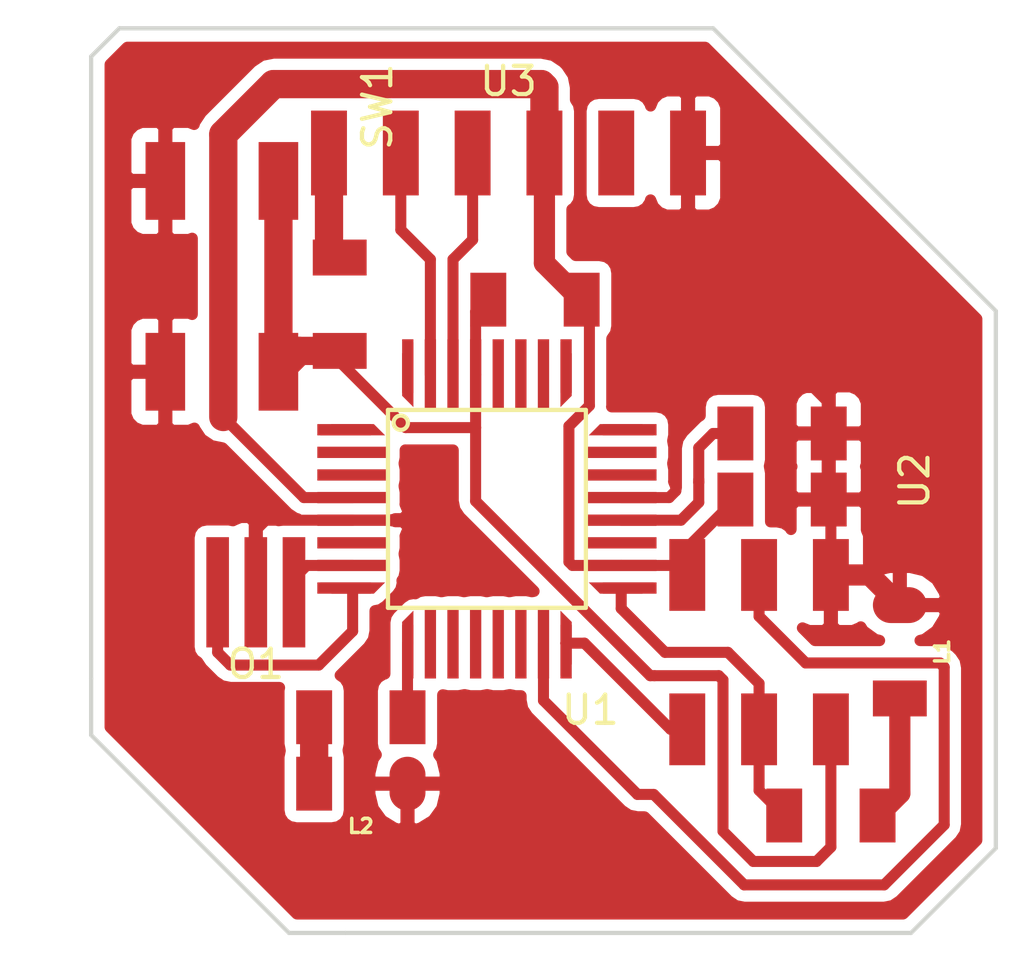
<source format=kicad_pcb>
(kicad_pcb (version 4) (host pcbnew 4.0.4-stable)

  (general
    (links 41)
    (no_connects 0)
    (area 82.45 82 119.000001 116.000001)
    (thickness 1.6)
    (drawings 12)
    (tracks 105)
    (zones 0)
    (modules 13)
    (nets 35)
  )

  (page A4)
  (layers
    (0 F.Cu signal)
    (31 B.Cu signal)
    (32 B.Adhes user)
    (33 F.Adhes user)
    (34 B.Paste user)
    (35 F.Paste user)
    (36 B.SilkS user)
    (37 F.SilkS user)
    (38 B.Mask user)
    (39 F.Mask user)
    (40 Dwgs.User user)
    (41 Cmts.User user)
    (42 Eco1.User user)
    (43 Eco2.User user)
    (44 Edge.Cuts user)
    (45 Margin user)
    (46 B.CrtYd user)
    (47 F.CrtYd user)
    (48 B.Fab user)
    (49 F.Fab user)
  )

  (setup
    (last_trace_width 1)
    (user_trace_width 0.39)
    (user_trace_width 0.5)
    (user_trace_width 0.75)
    (user_trace_width 1)
    (trace_clearance 0.4)
    (zone_clearance 0.4)
    (zone_45_only no)
    (trace_min 0.2)
    (segment_width 0.2)
    (edge_width 0.15)
    (via_size 0.6)
    (via_drill 0.4)
    (via_min_size 0.4)
    (via_min_drill 0.3)
    (uvia_size 0.3)
    (uvia_drill 0.1)
    (uvias_allowed no)
    (uvia_min_size 0.2)
    (uvia_min_drill 0.1)
    (pcb_text_width 0.3)
    (pcb_text_size 1.5 1.5)
    (mod_edge_width 0.15)
    (mod_text_size 1 1)
    (mod_text_width 0.15)
    (pad_size 1.524 1.524)
    (pad_drill 0.762)
    (pad_to_mask_clearance 0.2)
    (aux_axis_origin 0 0)
    (visible_elements FFFFFF7F)
    (pcbplotparams
      (layerselection 0x01000_00000001)
      (usegerberextensions false)
      (excludeedgelayer true)
      (linewidth 0.400000)
      (plotframeref false)
      (viasonmask false)
      (mode 1)
      (useauxorigin false)
      (hpglpennumber 1)
      (hpglpenspeed 20)
      (hpglpendiameter 15)
      (hpglpenoverlay 2)
      (psnegative false)
      (psa4output false)
      (plotreference true)
      (plotvalue true)
      (plotinvisibletext false)
      (padsonsilk false)
      (subtractmaskfromsilk false)
      (outputformat 4)
      (mirror false)
      (drillshape 0)
      (scaleselection 1)
      (outputdirectory ""))
  )

  (net 0 "")
  (net 1 GND)
  (net 2 +5V)
  (net 3 "Net-(C2-Pad1)")
  (net 4 RESET)
  (net 5 DTR)
  (net 6 "Net-(L1-Pad1)")
  (net 7 "Net-(O1-Pad1)")
  (net 8 "Net-(O1-Pad3)")
  (net 9 SCK)
  (net 10 "Net-(U1-Pad25)")
  (net 11 "Net-(U1-Pad26)")
  (net 12 "Net-(U1-Pad27)")
  (net 13 "Net-(U1-Pad28)")
  (net 14 "Net-(U1-Pad32)")
  (net 15 TX)
  (net 16 RX)
  (net 17 "Net-(U1-Pad22)")
  (net 18 "Net-(U1-Pad23)")
  (net 19 "Net-(U1-Pad24)")
  (net 20 "Net-(U1-Pad19)")
  (net 21 "Net-(U1-Pad12)")
  (net 22 "Net-(U1-Pad11)")
  (net 23 "Net-(U1-Pad10)")
  (net 24 "Net-(U1-Pad13)")
  (net 25 "Net-(U1-Pad14)")
  (net 26 MOSI)
  (net 27 MISO)
  (net 28 "Net-(U1-Pad6)")
  (net 29 "Net-(U1-Pad1)")
  (net 30 "Net-(U1-Pad2)")
  (net 31 "Net-(U1-Pad3)")
  (net 32 "Net-(U3-Pad2)")
  (net 33 "Net-(L2-Pad1)")
  (net 34 "Net-(R3-Pad1)")

  (net_class Default "This is the default net class."
    (clearance 0.4)
    (trace_width 0.4)
    (via_dia 0.6)
    (via_drill 0.4)
    (uvia_dia 0.3)
    (uvia_drill 0.1)
    (add_net +5V)
    (add_net DTR)
    (add_net GND)
    (add_net MISO)
    (add_net MOSI)
    (add_net "Net-(C2-Pad1)")
    (add_net "Net-(L1-Pad1)")
    (add_net "Net-(L2-Pad1)")
    (add_net "Net-(O1-Pad1)")
    (add_net "Net-(O1-Pad3)")
    (add_net "Net-(R3-Pad1)")
    (add_net "Net-(U1-Pad1)")
    (add_net "Net-(U1-Pad10)")
    (add_net "Net-(U1-Pad11)")
    (add_net "Net-(U1-Pad12)")
    (add_net "Net-(U1-Pad13)")
    (add_net "Net-(U1-Pad14)")
    (add_net "Net-(U1-Pad19)")
    (add_net "Net-(U1-Pad2)")
    (add_net "Net-(U1-Pad22)")
    (add_net "Net-(U1-Pad23)")
    (add_net "Net-(U1-Pad24)")
    (add_net "Net-(U1-Pad25)")
    (add_net "Net-(U1-Pad26)")
    (add_net "Net-(U1-Pad27)")
    (add_net "Net-(U1-Pad28)")
    (add_net "Net-(U1-Pad3)")
    (add_net "Net-(U1-Pad32)")
    (add_net "Net-(U1-Pad6)")
    (add_net "Net-(U3-Pad2)")
    (add_net RESET)
    (add_net RX)
    (add_net SCK)
    (add_net TX)
  )

  (module _Fab_Footprint:RESONATOR (layer F.Cu) (tedit 5875536F) (tstamp 587555B1)
    (at 91.825 102.95)
    (path /58757467)
    (fp_text reference O1 (at 0 2.54) (layer F.SilkS)
      (effects (font (size 1 1) (thickness 0.15)))
    )
    (fp_text value RESONATOR (at 0 -2.54) (layer F.Fab)
      (effects (font (size 1 1) (thickness 0.15)))
    )
    (pad 2 smd rect (at 0 0) (size 0.8 3.9) (layers F.Cu F.Paste F.Mask)
      (net 1 GND))
    (pad 3 smd rect (at 1.35 0) (size 0.8 3.9) (layers F.Cu F.Paste F.Mask)
      (net 8 "Net-(O1-Pad3)"))
    (pad 1 smd rect (at -1.35 0) (size 0.8 3.9) (layers F.Cu F.Paste F.Mask)
      (net 7 "Net-(O1-Pad1)"))
  )

  (module _Fab_Footprint:CAP_1206_FAB (layer F.Cu) (tedit 58606E9C) (tstamp 587553A0)
    (at 110.4392 99.6696)
    (path /5875847E)
    (fp_text reference C1 (at 0 0 90) (layer F.Fab)
      (effects (font (size 0.5 0.5) (thickness 0.125)))
    )
    (fp_text value 0.1uF (at 0 -1.5) (layer F.Fab)
      (effects (font (size 0.5 0.5) (thickness 0.125)))
    )
    (pad 2 smd rect (at 1.651 0) (size 1.27 1.905) (layers F.Cu F.Paste F.Mask)
      (net 1 GND))
    (pad 1 smd rect (at -1.651 0) (size 1.27 1.905) (layers F.Cu F.Paste F.Mask)
      (net 2 +5V))
  )

  (module _Fab_Footprint:CAP_1206_FAB (layer F.Cu) (tedit 58606E9C) (tstamp 587553A6)
    (at 110.4392 97.3328)
    (path /58754B8C)
    (fp_text reference C2 (at 0 0 90) (layer F.Fab)
      (effects (font (size 0.5 0.5) (thickness 0.125)))
    )
    (fp_text value 0.1uF (at 0 -1.5) (layer F.Fab)
      (effects (font (size 0.5 0.5) (thickness 0.125)))
    )
    (pad 2 smd rect (at 1.651 0) (size 1.27 1.905) (layers F.Cu F.Paste F.Mask)
      (net 1 GND))
    (pad 1 smd rect (at -1.651 0) (size 1.27 1.905) (layers F.Cu F.Paste F.Mask)
      (net 3 "Net-(C2-Pad1)"))
  )

  (module _Fab_Footprint:CAP_1206_FAB (layer F.Cu) (tedit 58606E9C) (tstamp 587553AC)
    (at 94.7928 92.7608 270)
    (path /5875533A)
    (fp_text reference C3 (at 0 0 360) (layer F.Fab)
      (effects (font (size 0.5 0.5) (thickness 0.125)))
    )
    (fp_text value 0.1uF (at 0 -1.5 270) (layer F.Fab)
      (effects (font (size 0.5 0.5) (thickness 0.125)))
    )
    (pad 2 smd rect (at 1.651 0 270) (size 1.27 1.905) (layers F.Cu F.Paste F.Mask)
      (net 4 RESET))
    (pad 1 smd rect (at -1.651 0 270) (size 1.27 1.905) (layers F.Cu F.Paste F.Mask)
      (net 5 DTR))
  )

  (module _Fab_Footprint:LED_1206_FAB (layer F.Cu) (tedit 58755214) (tstamp 587553B2)
    (at 114.6048 105.0544 90)
    (path /58756A08)
    (fp_text reference L1 (at 0 1.5 90) (layer F.SilkS)
      (effects (font (size 0.5 0.5) (thickness 0.125)))
    )
    (fp_text value FAB_LED (at 0 -1.5 90) (layer F.Fab)
      (effects (font (size 0.5 0.5) (thickness 0.125)))
    )
    (pad 2 smd oval (at 1.651 0 90) (size 1.27 1.905) (layers F.Cu F.Paste F.Mask)
      (net 1 GND))
    (pad 1 smd rect (at -1.651 0 90) (size 1.27 1.905) (layers F.Cu F.Paste F.Mask)
      (net 6 "Net-(L1-Pad1)"))
  )

  (module _Fab_Footprint:CAP_1206_FAB (layer F.Cu) (tedit 58606E9C) (tstamp 58755400)
    (at 112.1664 110.8456)
    (path /587563A5)
    (fp_text reference R1 (at 0 0 90) (layer F.Fab)
      (effects (font (size 0.5 0.5) (thickness 0.125)))
    )
    (fp_text value 330 (at 0 -1.5) (layer F.Fab)
      (effects (font (size 0.5 0.5) (thickness 0.125)))
    )
    (pad 2 smd rect (at 1.651 0) (size 1.27 1.905) (layers F.Cu F.Paste F.Mask)
      (net 6 "Net-(L1-Pad1)"))
    (pad 1 smd rect (at -1.651 0) (size 1.27 1.905) (layers F.Cu F.Paste F.Mask)
      (net 9 SCK))
  )

  (module _Fab_Footprint:CAP_1206_FAB (layer F.Cu) (tedit 58606E9C) (tstamp 58755406)
    (at 101.7 92.6 180)
    (path /5875536B)
    (fp_text reference R2 (at 0 0 270) (layer F.Fab)
      (effects (font (size 0.5 0.5) (thickness 0.125)))
    )
    (fp_text value 10k (at 0 -1.5 180) (layer F.Fab)
      (effects (font (size 0.5 0.5) (thickness 0.125)))
    )
    (pad 2 smd rect (at 1.651 0 180) (size 1.27 1.905) (layers F.Cu F.Paste F.Mask)
      (net 4 RESET))
    (pad 1 smd rect (at -1.651 0 180) (size 1.27 1.905) (layers F.Cu F.Paste F.Mask)
      (net 2 +5V))
  )

  (module _Fab_Footprint:Switch-Tactile-B3SN-3112P (layer F.Cu) (tedit 586D941C) (tstamp 5875540E)
    (at 90.625 91.775 90)
    (path /58754C6B)
    (fp_text reference SW1 (at 6 5.5 90) (layer F.SilkS)
      (effects (font (size 1 1) (thickness 0.15)))
    )
    (fp_text value SW_PUSH (at -2 -7 90) (layer F.Fab)
      (effects (font (size 1 1) (thickness 0.15)))
    )
    (pad 4 smd rect (at -3.375 -2 90) (size 2.75 1.4) (layers F.Cu F.Paste F.Mask)
      (net 1 GND))
    (pad 2 smd rect (at -3.375 2 90) (size 2.75 1.4) (layers F.Cu F.Paste F.Mask)
      (net 4 RESET))
    (pad 1 smd rect (at 3.375 2 90) (size 2.75 1.4) (layers F.Cu F.Paste F.Mask)
      (net 4 RESET))
    (pad 3 smd rect (at 3.375 -2 90) (size 2.75 1.4) (layers F.Cu F.Paste F.Mask)
      (net 1 GND))
  )

  (module _Fab_Footprint:TQFP-32-Fab (layer F.Cu) (tedit 5864A653) (tstamp 5875543F)
    (at 100 100)
    (path /58754A61)
    (fp_text reference U1 (at 3.6576 7.112) (layer F.SilkS)
      (effects (font (size 1 1) (thickness 0.15)))
    )
    (fp_text value ATMEGA328PB (at -0.8636 -7.0104) (layer F.Fab)
      (effects (font (size 1 1) (thickness 0.15)))
    )
    (fp_circle (center -3.048 -3.048) (end -3.048 -3.302) (layer F.SilkS) (width 0.15))
    (fp_line (start -3.5 -3.5) (end -3.5 3.5) (layer F.SilkS) (width 0.15))
    (fp_line (start 3.5 -3.5) (end 3.5 3.4492) (layer F.SilkS) (width 0.15))
    (fp_line (start -3.5 3.5) (end 3.5 3.5) (layer F.SilkS) (width 0.15))
    (fp_line (start -3.5 -3.5) (end 3.5 -3.5) (layer F.SilkS) (width 0.15))
    (pad 25 smd trapezoid (at 2.8 -4.75 270) (size 1.9 0.4) (rect_delta 0 0.4 ) (layers F.Cu F.Paste F.Mask)
      (net 10 "Net-(U1-Pad25)"))
    (pad 26 smd rect (at 2.0004 -4.7496 90) (size 2.5 0.4) (layers F.Cu F.Paste F.Mask)
      (net 11 "Net-(U1-Pad26)"))
    (pad 27 smd rect (at 1.2004 -4.7496 90) (size 2.5 0.4) (layers F.Cu F.Paste F.Mask)
      (net 12 "Net-(U1-Pad27)"))
    (pad 28 smd rect (at 0.4004 -4.7496 90) (size 2.5 0.4) (layers F.Cu F.Paste F.Mask)
      (net 13 "Net-(U1-Pad28)"))
    (pad 32 smd trapezoid (at -2.8 -4.75 90) (size 1.9 0.4) (rect_delta 0 0.4 ) (layers F.Cu F.Paste F.Mask)
      (net 14 "Net-(U1-Pad32)"))
    (pad 31 smd rect (at -2 -4.7496 90) (size 2.5 0.4) (layers F.Cu F.Paste F.Mask)
      (net 15 TX))
    (pad 30 smd rect (at -1.2 -4.7496 90) (size 2.5 0.4) (layers F.Cu F.Paste F.Mask)
      (net 16 RX))
    (pad 29 smd rect (at -0.4 -4.7496 90) (size 2.5 0.4) (layers F.Cu F.Paste F.Mask)
      (net 4 RESET))
    (pad 21 smd rect (at 4.7496 -0.4) (size 2.5 0.4) (layers F.Cu F.Paste F.Mask)
      (net 1 GND))
    (pad 22 smd rect (at 4.7496 -1.2) (size 2.5 0.4) (layers F.Cu F.Paste F.Mask)
      (net 17 "Net-(U1-Pad22)"))
    (pad 23 smd rect (at 4.7496 -2) (size 2.5 0.4) (layers F.Cu F.Paste F.Mask)
      (net 18 "Net-(U1-Pad23)"))
    (pad 24 smd trapezoid (at 4.75 -2.8) (size 1.9 0.4) (rect_delta 0 0.4 ) (layers F.Cu F.Paste F.Mask)
      (net 19 "Net-(U1-Pad24)"))
    (pad 20 smd rect (at 4.7496 0.4004) (size 2.5 0.4) (layers F.Cu F.Paste F.Mask)
      (net 3 "Net-(C2-Pad1)"))
    (pad 19 smd rect (at 4.7496 1.2004) (size 2.5 0.4) (layers F.Cu F.Paste F.Mask)
      (net 20 "Net-(U1-Pad19)"))
    (pad 18 smd rect (at 4.7496 2.0004) (size 2.5 0.4) (layers F.Cu F.Paste F.Mask)
      (net 2 +5V))
    (pad 17 smd trapezoid (at 4.75 2.8004 180) (size 1.9 0.4) (rect_delta 0 0.4 ) (layers F.Cu F.Paste F.Mask)
      (net 9 SCK))
    (pad 12 smd rect (at -0.4 4.75 90) (size 2.5 0.4) (layers F.Cu F.Paste F.Mask)
      (net 21 "Net-(U1-Pad12)"))
    (pad 11 smd rect (at -1.2 4.75 90) (size 2.5 0.4) (layers F.Cu F.Paste F.Mask)
      (net 22 "Net-(U1-Pad11)"))
    (pad 10 smd rect (at -2 4.75 90) (size 2.5 0.4) (layers F.Cu F.Paste F.Mask)
      (net 23 "Net-(U1-Pad10)"))
    (pad 9 smd trapezoid (at -2.8 4.75 90) (size 1.9 0.4) (rect_delta 0 0.4 ) (layers F.Cu F.Paste F.Mask)
      (net 34 "Net-(R3-Pad1)"))
    (pad 13 smd rect (at 0.4004 4.75 90) (size 2.5 0.4) (layers F.Cu F.Paste F.Mask)
      (net 24 "Net-(U1-Pad13)"))
    (pad 14 smd rect (at 1.2004 4.75 90) (size 2.5 0.4) (layers F.Cu F.Paste F.Mask)
      (net 25 "Net-(U1-Pad14)"))
    (pad 15 smd rect (at 2.0004 4.75 90) (size 2.5 0.4) (layers F.Cu F.Paste F.Mask)
      (net 26 MOSI))
    (pad 16 smd trapezoid (at 2.8004 4.75 270) (size 1.9 0.4) (rect_delta 0 0.4 ) (layers F.Cu F.Paste F.Mask)
      (net 27 MISO))
    (pad 8 smd trapezoid (at -4.75 2.8 180) (size 1.9 0.4) (rect_delta 0 0.4 ) (layers F.Cu F.Paste F.Mask)
      (net 7 "Net-(O1-Pad1)"))
    (pad 7 smd rect (at -4.75 2.0004) (size 2.5 0.4) (layers F.Cu F.Paste F.Mask)
      (net 8 "Net-(O1-Pad3)"))
    (pad 6 smd rect (at -4.75 1.2004) (size 2.5 0.4) (layers F.Cu F.Paste F.Mask)
      (net 28 "Net-(U1-Pad6)"))
    (pad 5 smd rect (at -4.75 0.4004) (size 2.5 0.4) (layers F.Cu F.Paste F.Mask)
      (net 1 GND))
    (pad 1 smd trapezoid (at -4.75 -2.8) (size 1.9 0.4) (rect_delta 0 0.4 ) (layers F.Cu F.Paste F.Mask)
      (net 29 "Net-(U1-Pad1)"))
    (pad 2 smd rect (at -4.75 -2) (size 2.5 0.4) (layers F.Cu F.Paste F.Mask)
      (net 30 "Net-(U1-Pad2)"))
    (pad 3 smd rect (at -4.75 -1.2) (size 2.5 0.4) (layers F.Cu F.Paste F.Mask)
      (net 31 "Net-(U1-Pad3)"))
    (pad 4 smd rect (at -4.75 -0.4) (size 2.5 0.4) (layers F.Cu F.Paste F.Mask)
      (net 2 +5V))
    (pad 24 smd rect (at 5.05 -2.8) (size 1.9 0.4) (layers F.Cu F.Paste F.Mask)
      (net 19 "Net-(U1-Pad24)"))
    (pad 25 smd rect (at 2.8 -5.05 90) (size 1.9 0.4) (layers F.Cu F.Paste F.Mask)
      (net 10 "Net-(U1-Pad25)"))
    (pad 32 smd rect (at -2.8 -5.05 270) (size 1.9 0.4) (layers F.Cu F.Paste F.Mask)
      (net 14 "Net-(U1-Pad32)"))
    (pad 1 smd rect (at -5.05 -2.8) (size 1.9 0.4) (layers F.Cu F.Paste F.Mask)
      (net 29 "Net-(U1-Pad1)"))
    (pad 8 smd rect (at -5.05 2.8) (size 1.9 0.4) (layers F.Cu F.Paste F.Mask)
      (net 7 "Net-(O1-Pad1)"))
    (pad 9 smd rect (at -2.8 5.05 90) (size 1.9 0.4) (layers F.Cu F.Paste F.Mask)
      (net 34 "Net-(R3-Pad1)"))
    (pad 16 smd rect (at 2.8 5.05 90) (size 1.9 0.4) (layers F.Cu F.Paste F.Mask)
      (net 27 MISO))
    (pad 17 smd rect (at 5.05 2.8) (size 1.9 0.4) (layers F.Cu F.Paste F.Mask)
      (net 9 SCK))
  )

  (module _Fab_Footprint:SMD-Header-3x2 (layer F.Cu) (tedit 586D88BB) (tstamp 58755449)
    (at 109.6264 105.2576 90)
    (path /58752CF4)
    (fp_text reference U2 (at 6.25 5.5 90) (layer F.SilkS)
      (effects (font (size 1 1) (thickness 0.15)))
    )
    (fp_text value AVRISP (at -4 -5 90) (layer F.Fab)
      (effects (font (size 1 1) (thickness 0.15)))
    )
    (pad 1 smd rect (at -2.54 -2.54 90) (size 2.54 1.27) (layers F.Cu F.Paste F.Mask)
      (net 27 MISO))
    (pad 2 smd rect (at 2.921 -2.54 90) (size 2.54 1.27) (layers F.Cu F.Paste F.Mask)
      (net 2 +5V))
    (pad 3 smd rect (at -2.54 0 90) (size 2.54 1.27) (layers F.Cu F.Paste F.Mask)
      (net 9 SCK))
    (pad 4 smd rect (at 2.92 0 90) (size 2.54 1.27) (layers F.Cu F.Paste F.Mask)
      (net 26 MOSI))
    (pad 5 smd rect (at -2.54 2.54 90) (size 2.54 1.27) (layers F.Cu F.Paste F.Mask)
      (net 4 RESET))
    (pad 6 smd rect (at 2.92 2.54 90) (size 2.54 1.27) (layers F.Cu F.Paste F.Mask)
      (net 1 GND))
  )

  (module _Fab_Footprint:SMD_RA_1x06_No_Holes (layer F.Cu) (tedit 582F6988) (tstamp 58755453)
    (at 100.764 87.412 180)
    (path /58757BC1)
    (fp_text reference U3 (at 0 2.54 180) (layer F.SilkS)
      (effects (font (size 1 1) (thickness 0.15)))
    )
    (fp_text value FTDI (at 0 -2.54 180) (layer F.Fab)
      (effects (font (size 1 1) (thickness 0.15)))
    )
    (pad 1 smd rect (at -6.35 0 180) (size 1.27 3) (layers F.Cu F.Paste F.Mask)
      (net 1 GND))
    (pad 2 smd rect (at -3.81 0 180) (size 1.27 3) (layers F.Cu F.Paste F.Mask)
      (net 32 "Net-(U3-Pad2)"))
    (pad 3 smd rect (at -1.27 0 180) (size 1.27 3) (layers F.Cu F.Paste F.Mask)
      (net 2 +5V))
    (pad 4 smd rect (at 1.27 0 180) (size 1.27 3) (layers F.Cu F.Paste F.Mask)
      (net 16 RX))
    (pad 5 smd rect (at 3.81 0 180) (size 1.27 3) (layers F.Cu F.Paste F.Mask)
      (net 15 TX))
    (pad 6 smd rect (at 6.35 0 180) (size 1.27 3) (layers F.Cu F.Paste F.Mask)
      (net 5 DTR))
  )

  (module _Fab_Footprint:LED_1206_FAB (layer F.Cu) (tedit 58755214) (tstamp 58756601)
    (at 95.54 109.72)
    (path /58758EFB)
    (fp_text reference L2 (at 0 1.5) (layer F.SilkS)
      (effects (font (size 0.5 0.5) (thickness 0.125)))
    )
    (fp_text value FAB_LED (at 0 -1.5) (layer F.Fab)
      (effects (font (size 0.5 0.5) (thickness 0.125)))
    )
    (pad 2 smd oval (at 1.651 0) (size 1.27 1.905) (layers F.Cu F.Paste F.Mask)
      (net 1 GND))
    (pad 1 smd rect (at -1.651 0) (size 1.27 1.905) (layers F.Cu F.Paste F.Mask)
      (net 33 "Net-(L2-Pad1)"))
  )

  (module _Fab_Footprint:CAP_1206_FAB (layer F.Cu) (tedit 58606E9C) (tstamp 58756607)
    (at 95.54 107.37 180)
    (path /58758E84)
    (fp_text reference R3 (at 0 0 270) (layer F.Fab)
      (effects (font (size 0.5 0.5) (thickness 0.125)))
    )
    (fp_text value 330 (at 0 -1.5 180) (layer F.Fab)
      (effects (font (size 0.5 0.5) (thickness 0.125)))
    )
    (pad 2 smd rect (at 1.651 0 180) (size 1.27 1.905) (layers F.Cu F.Paste F.Mask)
      (net 33 "Net-(L2-Pad1)"))
    (pad 1 smd rect (at -1.651 0 180) (size 1.27 1.905) (layers F.Cu F.Paste F.Mask)
      (net 34 "Net-(R3-Pad1)"))
  )

  (gr_line (start 118 112) (end 117 113) (angle 90) (layer Edge.Cuts) (width 0.15))
  (gr_line (start 118 93) (end 118 112) (angle 90) (layer Edge.Cuts) (width 0.15))
  (gr_line (start 117 92) (end 118 93) (angle 90) (layer Edge.Cuts) (width 0.15))
  (gr_line (start 86 108) (end 86 106) (angle 90) (layer Edge.Cuts) (width 0.15))
  (gr_line (start 93 115) (end 86 108) (angle 90) (layer Edge.Cuts) (width 0.15))
  (gr_line (start 95 115) (end 93 115) (angle 90) (layer Edge.Cuts) (width 0.15))
  (gr_line (start 86 84) (end 87 83) (angle 90) (layer Edge.Cuts) (width 0.15))
  (gr_line (start 86 106) (end 86 84) (angle 90) (layer Edge.Cuts) (width 0.15))
  (gr_line (start 115 115) (end 95 115) (angle 90) (layer Edge.Cuts) (width 0.15))
  (gr_line (start 117 113) (end 115 115) (angle 90) (layer Edge.Cuts) (width 0.15))
  (gr_line (start 108 83) (end 117 92) (angle 90) (layer Edge.Cuts) (width 0.15))
  (gr_line (start 87 83) (end 108 83) (angle 90) (layer Edge.Cuts) (width 0.15))

  (segment (start 95.25 100.4004) (end 92.1746 100.4004) (width 0.39) (layer F.Cu) (net 1))
  (segment (start 91.825 100.75) (end 91.825 102.95) (width 0.39) (layer F.Cu) (net 1) (tstamp 58756202))
  (segment (start 92.1746 100.4004) (end 91.825 100.75) (width 0.39) (layer F.Cu) (net 1) (tstamp 587561FD))
  (segment (start 113.539 102.3376) (end 114.6048 103.4034) (width 0.75) (layer F.Cu) (net 1) (tstamp 5875586B))
  (segment (start 112.1664 102.3376) (end 113.539 102.3376) (width 0.75) (layer F.Cu) (net 1))
  (segment (start 111.5568 95.7072) (end 112.0648 96.2152) (width 0.39) (layer F.Cu) (net 1) (tstamp 587556EE))
  (segment (start 112.0648 96.2152) (end 112.0648 97.3074) (width 0.39) (layer F.Cu) (net 1) (tstamp 587556EF) (status 20))
  (segment (start 107.696 95.7072) (end 111.5568 95.7072) (width 0.39) (layer F.Cu) (net 1) (tstamp 587556ED))
  (segment (start 106.68 96.7232) (end 107.696 95.7072) (width 0.39) (layer F.Cu) (net 1))
  (segment (start 106.68 99.3648) (end 106.68 96.7232) (width 0.39) (layer F.Cu) (net 1) (tstamp 587556BD))
  (segment (start 106.4448 99.6) (end 106.68 99.3648) (width 0.39) (layer F.Cu) (net 1) (tstamp 587556BC))
  (segment (start 104.7496 99.6) (end 106.4448 99.6) (width 0.39) (layer F.Cu) (net 1))
  (segment (start 112.0902 99.6696) (end 112.1664 99.7458) (width 0.39) (layer F.Cu) (net 1) (status 30))
  (segment (start 112.1664 99.7458) (end 112.1664 102.3376) (width 0.39) (layer F.Cu) (net 1) (tstamp 587556F4) (status 10))
  (segment (start 112.0902 97.3328) (end 112.0902 99.6696) (width 0.39) (layer F.Cu) (net 1) (status 10))
  (segment (start 112.0648 97.3074) (end 112.0902 97.3328) (width 0.39) (layer F.Cu) (net 1) (tstamp 587556F0) (status 30))
  (segment (start 95.25 99.6) (end 93.525 99.6) (width 0.39) (layer F.Cu) (net 2))
  (segment (start 102.034 85.084) (end 102.034 87.412) (width 1) (layer F.Cu) (net 2) (tstamp 58756565))
  (segment (start 101.925 84.975) (end 102.034 85.084) (width 1) (layer F.Cu) (net 2) (tstamp 58756562))
  (segment (start 92.45 84.975) (end 101.925 84.975) (width 1) (layer F.Cu) (net 2) (tstamp 58756560))
  (segment (start 90.675 86.75) (end 92.45 84.975) (width 1) (layer F.Cu) (net 2) (tstamp 58756558))
  (segment (start 90.675 96.75) (end 90.675 86.75) (width 1) (layer F.Cu) (net 2) (tstamp 58756553))
  (segment (start 93.525 99.6) (end 90.675 96.75) (width 0.39) (layer F.Cu) (net 2) (tstamp 5875654D))
  (segment (start 102.9 101.875) (end 102.9 97.075) (width 0.39) (layer F.Cu) (net 2) (tstamp 58755805))
  (segment (start 102.9 97.075) (end 103.625 96.35) (width 0.39) (layer F.Cu) (net 2) (tstamp 58755807))
  (segment (start 103.625 96.35) (end 103.625 92.899) (width 0.39) (layer F.Cu) (net 2) (tstamp 5875580D))
  (segment (start 104.7496 102.0004) (end 103.0254 102.0004) (width 0.39) (layer F.Cu) (net 2))
  (segment (start 103.0254 102.0004) (end 102.9 101.875) (width 0.39) (layer F.Cu) (net 2) (tstamp 58755803))
  (segment (start 103.625 92.899) (end 103.326 92.6) (width 0.39) (layer F.Cu) (net 2) (tstamp 58755812))
  (segment (start 103.326 92.6) (end 102.034 91.308) (width 0.75) (layer F.Cu) (net 2))
  (segment (start 102.034 91.308) (end 102.034 87.412) (width 0.75) (layer F.Cu) (net 2) (tstamp 587557D8))
  (segment (start 107.0864 102.3366) (end 106.7502 102.0004) (width 0.39) (layer F.Cu) (net 2))
  (segment (start 106.7502 102.0004) (end 104.7496 102.0004) (width 0.39) (layer F.Cu) (net 2) (tstamp 5875573A))
  (segment (start 107.0864 102.3366) (end 107.0864 101.3714) (width 0.39) (layer F.Cu) (net 2))
  (segment (start 107.0864 101.3714) (end 108.7882 99.6696) (width 0.39) (layer F.Cu) (net 2) (tstamp 587556F6) (status 20))
  (segment (start 107.4928 99.06) (end 107.4928 97.8408) (width 0.39) (layer F.Cu) (net 3))
  (segment (start 108.0008 97.3328) (end 108.7882 97.3328) (width 0.39) (layer F.Cu) (net 3) (tstamp 587556E9) (status 20))
  (segment (start 107.4928 97.8408) (end 108.0008 97.3328) (width 0.39) (layer F.Cu) (net 3) (tstamp 587556E8))
  (segment (start 104.7496 100.4004) (end 106.8636 100.4004) (width 0.39) (layer F.Cu) (net 3))
  (segment (start 107.4928 99.7712) (end 107.4928 99.06) (width 0.39) (layer F.Cu) (net 3) (tstamp 587556C1))
  (segment (start 107.4928 99.06) (end 107.4928 98.9584) (width 0.39) (layer F.Cu) (net 3) (tstamp 587556E6))
  (segment (start 106.8636 100.4004) (end 107.4928 99.7712) (width 0.39) (layer F.Cu) (net 3) (tstamp 587556C0))
  (segment (start 92.625 95.15) (end 92.625 88.4) (width 1) (layer F.Cu) (net 4))
  (segment (start 94.7928 94.4118) (end 93.3632 94.4118) (width 1) (layer F.Cu) (net 4))
  (segment (start 93.3632 94.4118) (end 92.625 95.15) (width 1) (layer F.Cu) (net 4) (tstamp 587561C8))
  (segment (start 94.7928 94.4118) (end 94.7928 94.7928) (width 0.39) (layer F.Cu) (net 4))
  (segment (start 94.7928 94.7928) (end 97.125 97.125) (width 0.39) (layer F.Cu) (net 4) (tstamp 5875616B))
  (segment (start 97.125 97.125) (end 99.6 97.125) (width 0.39) (layer F.Cu) (net 4) (tstamp 5875616F))
  (segment (start 105.775 105.9) (end 99.6 99.725) (width 0.39) (layer F.Cu) (net 4) (tstamp 58755834))
  (segment (start 99.6 99.725) (end 99.6 97.125) (width 0.39) (layer F.Cu) (net 4) (tstamp 5875583B))
  (segment (start 99.6 97.125) (end 99.6 95.2504) (width 0.39) (layer F.Cu) (net 4) (tstamp 58756175))
  (segment (start 105.925 105.9) (end 105.775 105.9) (width 0.39) (layer F.Cu) (net 4))
  (segment (start 108.2 105.9) (end 105.925 105.9) (width 0.39) (layer F.Cu) (net 4) (tstamp 5875572E))
  (segment (start 108.35 106.05) (end 108.2 105.9) (width 0.39) (layer F.Cu) (net 4) (tstamp 5875572D))
  (segment (start 108.35 111.398) (end 108.35 106.05) (width 0.39) (layer F.Cu) (net 4) (tstamp 5875572C))
  (segment (start 109.4232 112.4712) (end 108.35 111.398) (width 0.39) (layer F.Cu) (net 4) (tstamp 5875572B))
  (segment (start 111.6584 112.4712) (end 109.4232 112.4712) (width 0.39) (layer F.Cu) (net 4) (tstamp 5875572A))
  (segment (start 112.1664 111.9632) (end 111.6584 112.4712) (width 0.39) (layer F.Cu) (net 4) (tstamp 58755729))
  (segment (start 112.1664 107.7976) (end 112.1664 111.9632) (width 0.39) (layer F.Cu) (net 4))
  (segment (start 99.6 95.2504) (end 99.6 93.024) (width 0.39) (layer F.Cu) (net 4))
  (segment (start 99.6 93.024) (end 100.024 92.6) (width 0.39) (layer F.Cu) (net 4) (tstamp 587557D0))
  (segment (start 94.414 87.412) (end 94.414 90.731) (width 1) (layer F.Cu) (net 5))
  (segment (start 94.414 90.731) (end 94.7928 91.1098) (width 1) (layer F.Cu) (net 5) (tstamp 5875617D))
  (segment (start 114.6048 110.0582) (end 113.8174 110.8456) (width 0.75) (layer F.Cu) (net 6) (tstamp 5875585B))
  (segment (start 114.6048 106.7054) (end 114.6048 110.0582) (width 0.75) (layer F.Cu) (net 6))
  (segment (start 95.25 102.8) (end 95.25 104.325) (width 0.39) (layer F.Cu) (net 7))
  (segment (start 90.475 105.075) (end 90.475 102.95) (width 0.39) (layer F.Cu) (net 7) (tstamp 58756220))
  (segment (start 90.925 105.525) (end 90.475 105.075) (width 0.39) (layer F.Cu) (net 7) (tstamp 5875621C))
  (segment (start 94.05 105.525) (end 90.925 105.525) (width 0.39) (layer F.Cu) (net 7) (tstamp 58756219))
  (segment (start 95.25 104.325) (end 94.05 105.525) (width 0.39) (layer F.Cu) (net 7) (tstamp 58756215))
  (segment (start 95.25 102.0004) (end 93.6254 102.0004) (width 0.39) (layer F.Cu) (net 8))
  (segment (start 93.6254 102.0004) (end 93.175 102.4508) (width 0.39) (layer F.Cu) (net 8) (tstamp 58756207))
  (segment (start 93.175 102.4508) (end 93.175 102.95) (width 0.39) (layer F.Cu) (net 8) (tstamp 5875620D))
  (segment (start 109.6264 107.7976) (end 109.6264 109.9566) (width 0.39) (layer F.Cu) (net 9))
  (segment (start 109.6264 109.9566) (end 110.5154 110.8456) (width 0.39) (layer F.Cu) (net 9) (tstamp 58755733))
  (segment (start 109.6264 107.7976) (end 109.6264 106.1764) (width 0.39) (layer F.Cu) (net 9))
  (segment (start 104.75 103.525) (end 104.75 102.8004) (width 0.39) (layer F.Cu) (net 9) (tstamp 58755738))
  (segment (start 106.3 105.075) (end 104.75 103.525) (width 0.39) (layer F.Cu) (net 9) (tstamp 58755737))
  (segment (start 108.525 105.075) (end 106.3 105.075) (width 0.39) (layer F.Cu) (net 9) (tstamp 58755736))
  (segment (start 109.6264 106.1764) (end 108.525 105.075) (width 0.39) (layer F.Cu) (net 9) (tstamp 58755735))
  (segment (start 98 95.2504) (end 98 91.175) (width 0.39) (layer F.Cu) (net 15))
  (segment (start 96.954 90.129) (end 96.954 87.412) (width 0.39) (layer F.Cu) (net 15) (tstamp 587561EE))
  (segment (start 98 91.175) (end 96.954 90.129) (width 0.39) (layer F.Cu) (net 15) (tstamp 587561EA))
  (segment (start 98.8 95.2504) (end 98.8 91.175) (width 0.39) (layer F.Cu) (net 16))
  (segment (start 99.494 90.481) (end 99.494 87.412) (width 0.39) (layer F.Cu) (net 16) (tstamp 587561E6))
  (segment (start 98.8 91.175) (end 99.494 90.481) (width 0.39) (layer F.Cu) (net 16) (tstamp 587561DF))
  (segment (start 111.275 105.45) (end 116.025 105.45) (width 0.39) (layer F.Cu) (net 26) (tstamp 5875573D))
  (segment (start 116.025 105.45) (end 116.175 105.6) (width 0.39) (layer F.Cu) (net 26) (tstamp 5875573F))
  (segment (start 116.175 105.6) (end 116.175 111.175) (width 0.39) (layer F.Cu) (net 26) (tstamp 58755740))
  (segment (start 116.175 111.175) (end 114.05 113.3) (width 0.39) (layer F.Cu) (net 26) (tstamp 58755741))
  (segment (start 114.05 113.3) (end 109.1 113.3) (width 0.39) (layer F.Cu) (net 26) (tstamp 58755742))
  (segment (start 109.1 113.3) (end 105.9 110.1) (width 0.39) (layer F.Cu) (net 26) (tstamp 58755744))
  (segment (start 105.9 110.1) (end 105.325 110.1) (width 0.39) (layer F.Cu) (net 26) (tstamp 58755745))
  (segment (start 105.325 110.1) (end 102.0004 106.7754) (width 0.39) (layer F.Cu) (net 26) (tstamp 5875574F))
  (segment (start 102.0004 106.7754) (end 102.0004 104.75) (width 0.39) (layer F.Cu) (net 26) (tstamp 58755755))
  (segment (start 109.6264 103.8014) (end 111.275 105.45) (width 0.39) (layer F.Cu) (net 26) (tstamp 5875573C))
  (segment (start 109.6264 103.8014) (end 109.6264 102.3376) (width 0.39) (layer F.Cu) (net 26))
  (segment (start 107.0864 107.7976) (end 106.4976 107.7976) (width 0.39) (layer F.Cu) (net 27))
  (segment (start 106.4976 107.7976) (end 103.45 104.75) (width 0.39) (layer F.Cu) (net 27) (tstamp 5875584C))
  (segment (start 103.45 104.75) (end 102.790402 104.75) (width 0.39) (layer F.Cu) (net 27) (tstamp 5875584E))
  (segment (start 102.790402 104.75) (end 102.8004 104.75) (width 0.39) (layer F.Cu) (net 27) (tstamp 58755851))
  (segment (start 106.6726 107.7976) (end 107.0864 107.7976) (width 0.39) (layer F.Cu) (net 27) (tstamp 58755760))
  (segment (start 93.889 107.37) (end 93.889 109.72) (width 1) (layer F.Cu) (net 33) (status C00000))
  (segment (start 97.191 107.37) (end 97.191 104.759) (width 0.39) (layer F.Cu) (net 34) (status C00000))
  (segment (start 97.191 104.759) (end 97.2 104.75) (width 0.39) (layer F.Cu) (net 34) (tstamp 58756639) (status C00000))

  (zone (net 1) (net_name GND) (layer F.Cu) (tstamp 58756698) (hatch edge 0.508)
    (connect_pads (clearance 0.4))
    (min_thickness 0.4)
    (fill yes (arc_segments 16) (thermal_gap 0.5) (thermal_bridge_width 0.5))
    (polygon
      (pts
        (xy 119 92) (xy 119 114) (xy 115 116) (xy 92 116) (xy 85 109)
        (xy 85 82) (xy 109 82)
      )
    )
    (filled_polygon
      (pts
        (xy 117.325 93.279594) (xy 117.325 111.720406) (xy 114.720406 114.325) (xy 93.279594 114.325) (xy 86.675 107.720406)
        (xy 86.675 95.375) (xy 87.225 95.375) (xy 87.225 96.664239) (xy 87.331569 96.921518) (xy 87.528482 97.118432)
        (xy 87.785762 97.225) (xy 88.4 97.225) (xy 88.575 97.05) (xy 88.575 95.2) (xy 87.4 95.2)
        (xy 87.225 95.375) (xy 86.675 95.375) (xy 86.675 93.635761) (xy 87.225 93.635761) (xy 87.225 94.925)
        (xy 87.4 95.1) (xy 88.575 95.1) (xy 88.575 93.25) (xy 88.4 93.075) (xy 87.785762 93.075)
        (xy 87.528482 93.181568) (xy 87.331569 93.378482) (xy 87.225 93.635761) (xy 86.675 93.635761) (xy 86.675 88.625)
        (xy 87.225 88.625) (xy 87.225 89.914239) (xy 87.331569 90.171518) (xy 87.528482 90.368432) (xy 87.785762 90.475)
        (xy 88.4 90.475) (xy 88.575 90.3) (xy 88.575 88.45) (xy 87.4 88.45) (xy 87.225 88.625)
        (xy 86.675 88.625) (xy 86.675 86.885761) (xy 87.225 86.885761) (xy 87.225 88.175) (xy 87.4 88.35)
        (xy 88.575 88.35) (xy 88.575 86.5) (xy 88.675 86.5) (xy 88.675 88.35) (xy 88.695 88.35)
        (xy 88.695 88.45) (xy 88.675 88.45) (xy 88.675 90.3) (xy 88.85 90.475) (xy 89.464238 90.475)
        (xy 89.575 90.429121) (xy 89.575 93.120879) (xy 89.464238 93.075) (xy 88.85 93.075) (xy 88.675 93.25)
        (xy 88.675 95.1) (xy 88.695 95.1) (xy 88.695 95.2) (xy 88.675 95.2) (xy 88.675 97.05)
        (xy 88.85 97.225) (xy 89.464238 97.225) (xy 89.653861 97.146456) (xy 89.658733 97.170952) (xy 89.897183 97.527817)
        (xy 90.254048 97.766267) (xy 90.644666 97.843966) (xy 92.96285 100.16215) (xy 93.220767 100.334484) (xy 93.300772 100.350398)
        (xy 93.3 100.350398) (xy 93.3 100.388246) (xy 92.775 100.388246) (xy 92.630403 100.415454) (xy 92.621518 100.406569)
        (xy 92.364239 100.3) (xy 92.05 100.3) (xy 91.875 100.475) (xy 91.875 102.9) (xy 91.895 102.9)
        (xy 91.895 103) (xy 91.875 103) (xy 91.875 103.02) (xy 91.775 103.02) (xy 91.775 103)
        (xy 91.755 103) (xy 91.755 102.9) (xy 91.775 102.9) (xy 91.775 100.475) (xy 91.6 100.3)
        (xy 91.285761 100.3) (xy 91.028482 100.406569) (xy 91.017872 100.417179) (xy 90.875 100.388246) (xy 90.075 100.388246)
        (xy 89.852654 100.430083) (xy 89.648442 100.56149) (xy 89.511444 100.761993) (xy 89.463246 101) (xy 89.463246 104.9)
        (xy 89.505083 105.122346) (xy 89.63649 105.326558) (xy 89.763142 105.413096) (xy 89.91285 105.63715) (xy 90.36285 106.08715)
        (xy 90.620767 106.259484) (xy 90.925 106.32) (xy 92.66199 106.32) (xy 92.642246 106.4175) (xy 92.642246 108.3225)
        (xy 92.684083 108.544846) (xy 92.686556 108.54869) (xy 92.642246 108.7675) (xy 92.642246 110.6725) (xy 92.684083 110.894846)
        (xy 92.81549 111.099058) (xy 93.015993 111.236056) (xy 93.254 111.284254) (xy 94.524 111.284254) (xy 94.746346 111.242417)
        (xy 94.950558 111.11101) (xy 95.087556 110.910507) (xy 95.135754 110.6725) (xy 95.135754 109.77) (xy 95.856 109.77)
        (xy 95.856 110.0875) (xy 95.976755 110.594576) (xy 96.282368 111.016843) (xy 96.726312 111.290013) (xy 96.932922 111.347317)
        (xy 97.141 111.196422) (xy 97.141 109.77) (xy 97.241 109.77) (xy 97.241 111.196422) (xy 97.449078 111.347317)
        (xy 97.655688 111.290013) (xy 98.099632 111.016843) (xy 98.405245 110.594576) (xy 98.526 110.0875) (xy 98.526 109.77)
        (xy 97.241 109.77) (xy 97.141 109.77) (xy 95.856 109.77) (xy 95.135754 109.77) (xy 95.135754 108.7675)
        (xy 95.093917 108.545154) (xy 95.091444 108.54131) (xy 95.135754 108.3225) (xy 95.135754 106.4175) (xy 95.093917 106.195154)
        (xy 94.96251 105.990942) (xy 94.811523 105.887777) (xy 95.81215 104.88715) (xy 95.984484 104.629234) (xy 96.045 104.325)
        (xy 96.045 103.602964) (xy 96.230198 103.566791) (xy 96.432575 103.432575) (xy 96.832575 103.032575) (xy 96.956766 102.853485)
        (xy 97.01152 102.616901) (xy 96.997335 102.535325) (xy 97.063556 102.438407) (xy 97.111754 102.2004) (xy 97.111754 101.8004)
        (xy 97.07274 101.593056) (xy 97.111754 101.4004) (xy 97.111754 101.0004) (xy 97.10558 100.967589) (xy 97.2 100.739638)
        (xy 97.2 100.6254) (xy 97.025 100.4504) (xy 96.757847 100.4504) (xy 96.738007 100.436844) (xy 96.55915 100.400624)
        (xy 96.722346 100.369917) (xy 96.752676 100.3504) (xy 97.025 100.3504) (xy 97.2 100.1754) (xy 97.2 100.061162)
        (xy 97.10521 99.832316) (xy 97.111754 99.8) (xy 97.111754 99.4) (xy 97.07274 99.192656) (xy 97.111754 99)
        (xy 97.111754 98.6) (xy 97.07274 98.392656) (xy 97.111754 98.2) (xy 97.111754 97.917365) (xy 97.125 97.92)
        (xy 98.805 97.92) (xy 98.805 99.725) (xy 98.865516 100.029233) (xy 99.03785 100.28715) (xy 101.664514 102.913814)
        (xy 101.593056 102.92726) (xy 101.4004 102.888246) (xy 101.0004 102.888246) (xy 100.793056 102.92726) (xy 100.6004 102.888246)
        (xy 100.2004 102.888246) (xy 99.992849 102.927299) (xy 99.8 102.888246) (xy 99.4 102.888246) (xy 99.192656 102.92726)
        (xy 99 102.888246) (xy 98.6 102.888246) (xy 98.392656 102.92726) (xy 98.2 102.888246) (xy 97.8 102.888246)
        (xy 97.577654 102.930083) (xy 97.467328 103.001076) (xy 97.408451 102.988304) (xy 97.169802 103.033209) (xy 96.967425 103.167425)
        (xy 96.567425 103.567425) (xy 96.436444 103.761993) (xy 96.388246 104) (xy 96.388246 105.837311) (xy 96.333654 105.847583)
        (xy 96.129442 105.97899) (xy 95.992444 106.179493) (xy 95.944246 106.4175) (xy 95.944246 108.3225) (xy 95.986083 108.544846)
        (xy 96.084078 108.697135) (xy 95.976755 108.845424) (xy 95.856 109.3525) (xy 95.856 109.67) (xy 97.141 109.67)
        (xy 97.141 109.65) (xy 97.241 109.65) (xy 97.241 109.67) (xy 98.526 109.67) (xy 98.526 109.3525)
        (xy 98.405245 108.845424) (xy 98.297037 108.695913) (xy 98.389556 108.560507) (xy 98.437754 108.3225) (xy 98.437754 106.578898)
        (xy 98.6 106.611754) (xy 99 106.611754) (xy 99.207344 106.57274) (xy 99.4 106.611754) (xy 99.8 106.611754)
        (xy 100.007551 106.572701) (xy 100.2004 106.611754) (xy 100.6004 106.611754) (xy 100.807744 106.57274) (xy 101.0004 106.611754)
        (xy 101.2054 106.611754) (xy 101.2054 106.7754) (xy 101.265916 107.079633) (xy 101.43825 107.33755) (xy 104.76285 110.66215)
        (xy 105.020766 110.834484) (xy 105.325 110.895) (xy 105.5707 110.895) (xy 108.53785 113.86215) (xy 108.795766 114.034484)
        (xy 109.1 114.095) (xy 114.05 114.095) (xy 114.354233 114.034484) (xy 114.61215 113.86215) (xy 116.73715 111.73715)
        (xy 116.909484 111.479233) (xy 116.97 111.175) (xy 116.97 105.6) (xy 116.909484 105.295767) (xy 116.73715 105.03785)
        (xy 116.58715 104.88785) (xy 116.329233 104.715516) (xy 116.025 104.655) (xy 115.322514 104.655) (xy 115.479376 104.617645)
        (xy 115.901643 104.312032) (xy 116.174813 103.868088) (xy 116.232117 103.661478) (xy 116.081222 103.4534) (xy 114.6548 103.4534)
        (xy 114.6548 103.4734) (xy 114.5548 103.4734) (xy 114.5548 103.4534) (xy 114.5348 103.4534) (xy 114.5348 103.3534)
        (xy 114.5548 103.3534) (xy 114.5548 102.0684) (xy 114.6548 102.0684) (xy 114.6548 103.3534) (xy 116.081222 103.3534)
        (xy 116.232117 103.145322) (xy 116.174813 102.938712) (xy 115.901643 102.494768) (xy 115.479376 102.189155) (xy 114.9723 102.0684)
        (xy 114.6548 102.0684) (xy 114.5548 102.0684) (xy 114.2373 102.0684) (xy 113.730224 102.189155) (xy 113.380828 102.442028)
        (xy 113.3264 102.3876) (xy 112.2164 102.3876) (xy 112.2164 104.1326) (xy 112.3914 104.3076) (xy 112.940638 104.3076)
        (xy 113.197918 104.201032) (xy 113.223757 104.175193) (xy 113.307957 104.312032) (xy 113.730224 104.617645) (xy 113.887086 104.655)
        (xy 111.6043 104.655) (xy 111.161257 104.211957) (xy 111.392162 104.3076) (xy 111.9414 104.3076) (xy 112.1164 104.1326)
        (xy 112.1164 102.3876) (xy 112.0964 102.3876) (xy 112.0964 102.2876) (xy 112.1164 102.2876) (xy 112.1164 102.2676)
        (xy 112.2164 102.2676) (xy 112.2164 102.2876) (xy 113.3264 102.2876) (xy 113.5014 102.1126) (xy 113.5014 100.928361)
        (xy 113.4252 100.744399) (xy 113.4252 99.8946) (xy 113.2502 99.7196) (xy 112.1402 99.7196) (xy 112.1402 99.7396)
        (xy 112.0402 99.7396) (xy 112.0402 99.7196) (xy 110.9302 99.7196) (xy 110.7552 99.8946) (xy 110.7552 100.726965)
        (xy 110.69991 100.641042) (xy 110.499407 100.504044) (xy 110.2614 100.455846) (xy 110.034954 100.455846) (xy 110.034954 98.7171)
        (xy 109.993117 98.494754) (xy 109.992677 98.49407) (xy 110.034954 98.2853) (xy 110.034954 97.5578) (xy 110.7552 97.5578)
        (xy 110.7552 98.424538) (xy 110.786954 98.5012) (xy 110.7552 98.577862) (xy 110.7552 99.4446) (xy 110.9302 99.6196)
        (xy 112.0402 99.6196) (xy 112.0402 97.3828) (xy 112.1402 97.3828) (xy 112.1402 99.6196) (xy 113.2502 99.6196)
        (xy 113.4252 99.4446) (xy 113.4252 98.577862) (xy 113.393446 98.5012) (xy 113.4252 98.424538) (xy 113.4252 97.5578)
        (xy 113.2502 97.3828) (xy 112.1402 97.3828) (xy 112.0402 97.3828) (xy 110.9302 97.3828) (xy 110.7552 97.5578)
        (xy 110.034954 97.5578) (xy 110.034954 96.3803) (xy 110.008755 96.241062) (xy 110.7552 96.241062) (xy 110.7552 97.1078)
        (xy 110.9302 97.2828) (xy 112.0402 97.2828) (xy 112.0402 95.8553) (xy 112.1402 95.8553) (xy 112.1402 97.2828)
        (xy 113.2502 97.2828) (xy 113.4252 97.1078) (xy 113.4252 96.241062) (xy 113.318632 95.983782) (xy 113.121718 95.786869)
        (xy 112.864439 95.6803) (xy 112.3152 95.6803) (xy 112.1402 95.8553) (xy 112.0402 95.8553) (xy 111.8652 95.6803)
        (xy 111.315961 95.6803) (xy 111.058682 95.786869) (xy 110.861768 95.983782) (xy 110.7552 96.241062) (xy 110.008755 96.241062)
        (xy 109.993117 96.157954) (xy 109.86171 95.953742) (xy 109.661207 95.816744) (xy 109.4232 95.768546) (xy 108.1532 95.768546)
        (xy 107.930854 95.810383) (xy 107.726642 95.94179) (xy 107.589644 96.142293) (xy 107.541446 96.3803) (xy 107.541446 96.701964)
        (xy 107.43865 96.77065) (xy 106.93065 97.27865) (xy 106.758316 97.536567) (xy 106.6978 97.8408) (xy 106.6978 99.256416)
        (xy 106.604864 99.032048) (xy 106.611354 99) (xy 106.611354 98.6) (xy 106.57234 98.392656) (xy 106.611354 98.2)
        (xy 106.611354 97.8) (xy 106.572532 97.59368) (xy 106.611754 97.4) (xy 106.611754 97) (xy 106.569917 96.777654)
        (xy 106.43851 96.573442) (xy 106.238007 96.436444) (xy 106 96.388246) (xy 104.412392 96.388246) (xy 104.42 96.35)
        (xy 104.42 93.980118) (xy 104.549556 93.790507) (xy 104.597754 93.5525) (xy 104.597754 91.6475) (xy 104.555917 91.425154)
        (xy 104.42451 91.220942) (xy 104.224007 91.083944) (xy 103.986 91.035746) (xy 103.140604 91.035746) (xy 103.009 90.904142)
        (xy 103.009 89.406209) (xy 103.095558 89.35051) (xy 103.232556 89.150007) (xy 103.280754 88.912) (xy 103.280754 85.912)
        (xy 103.327246 85.912) (xy 103.327246 88.912) (xy 103.369083 89.134346) (xy 103.50049 89.338558) (xy 103.700993 89.475556)
        (xy 103.939 89.523754) (xy 105.209 89.523754) (xy 105.431346 89.481917) (xy 105.635558 89.35051) (xy 105.772556 89.150007)
        (xy 105.788106 89.073221) (xy 105.885568 89.308518) (xy 106.082482 89.505431) (xy 106.339761 89.612) (xy 106.889 89.612)
        (xy 107.064 89.437) (xy 107.064 87.462) (xy 107.164 87.462) (xy 107.164 89.437) (xy 107.339 89.612)
        (xy 107.888239 89.612) (xy 108.145518 89.505431) (xy 108.342432 89.308518) (xy 108.449 89.051238) (xy 108.449 87.637)
        (xy 108.274 87.462) (xy 107.164 87.462) (xy 107.064 87.462) (xy 107.044 87.462) (xy 107.044 87.362)
        (xy 107.064 87.362) (xy 107.064 85.387) (xy 107.164 85.387) (xy 107.164 87.362) (xy 108.274 87.362)
        (xy 108.449 87.187) (xy 108.449 85.772762) (xy 108.342432 85.515482) (xy 108.145518 85.318569) (xy 107.888239 85.212)
        (xy 107.339 85.212) (xy 107.164 85.387) (xy 107.064 85.387) (xy 106.889 85.212) (xy 106.339761 85.212)
        (xy 106.082482 85.318569) (xy 105.885568 85.515482) (xy 105.789696 85.74694) (xy 105.778917 85.689654) (xy 105.64751 85.485442)
        (xy 105.447007 85.348444) (xy 105.209 85.300246) (xy 103.939 85.300246) (xy 103.716654 85.342083) (xy 103.512442 85.47349)
        (xy 103.375444 85.673993) (xy 103.327246 85.912) (xy 103.280754 85.912) (xy 103.238917 85.689654) (xy 103.134 85.526609)
        (xy 103.134 85.084) (xy 103.050267 84.663048) (xy 102.926152 84.477297) (xy 102.811817 84.306182) (xy 102.702817 84.197183)
        (xy 102.345952 83.958733) (xy 101.925 83.875) (xy 92.45 83.875) (xy 92.029048 83.958733) (xy 91.967288 84)
        (xy 91.672182 84.197183) (xy 89.897183 85.972183) (xy 89.658733 86.329048) (xy 89.644672 86.399738) (xy 89.464238 86.325)
        (xy 88.85 86.325) (xy 88.675 86.5) (xy 88.575 86.5) (xy 88.4 86.325) (xy 87.785762 86.325)
        (xy 87.528482 86.431568) (xy 87.331569 86.628482) (xy 87.225 86.885761) (xy 86.675 86.885761) (xy 86.675 84.279594)
        (xy 87.279594 83.675) (xy 107.720406 83.675)
      )
    )
  )
)

</source>
